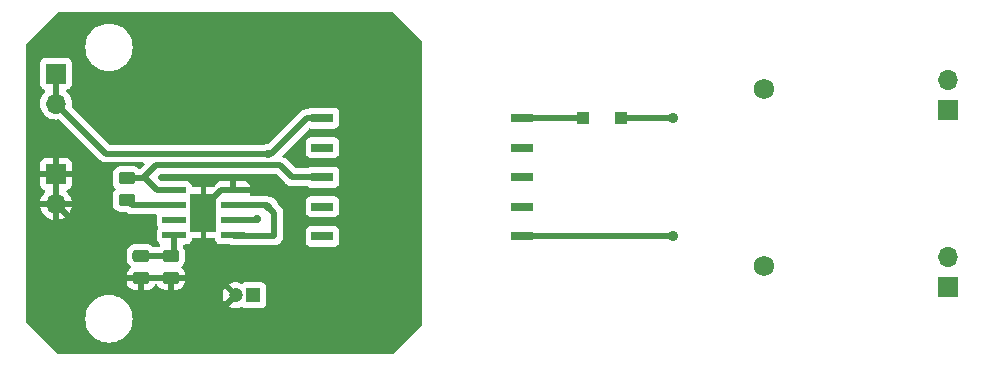
<source format=gbr>
%TF.GenerationSoftware,KiCad,Pcbnew,8.0.2*%
%TF.CreationDate,2024-12-11T18:03:45+01:00*%
%TF.ProjectId,Przetwornica_4_to_400,50727a65-7477-46f7-926e-6963615f345f,rev?*%
%TF.SameCoordinates,Original*%
%TF.FileFunction,Copper,L1,Top*%
%TF.FilePolarity,Positive*%
%FSLAX46Y46*%
G04 Gerber Fmt 4.6, Leading zero omitted, Abs format (unit mm)*
G04 Created by KiCad (PCBNEW 8.0.2) date 2024-12-11 18:03:45*
%MOMM*%
%LPD*%
G01*
G04 APERTURE LIST*
G04 Aperture macros list*
%AMRoundRect*
0 Rectangle with rounded corners*
0 $1 Rounding radius*
0 $2 $3 $4 $5 $6 $7 $8 $9 X,Y pos of 4 corners*
0 Add a 4 corners polygon primitive as box body*
4,1,4,$2,$3,$4,$5,$6,$7,$8,$9,$2,$3,0*
0 Add four circle primitives for the rounded corners*
1,1,$1+$1,$2,$3*
1,1,$1+$1,$4,$5*
1,1,$1+$1,$6,$7*
1,1,$1+$1,$8,$9*
0 Add four rect primitives between the rounded corners*
20,1,$1+$1,$2,$3,$4,$5,0*
20,1,$1+$1,$4,$5,$6,$7,0*
20,1,$1+$1,$6,$7,$8,$9,0*
20,1,$1+$1,$8,$9,$2,$3,0*%
G04 Aperture macros list end*
%TA.AperFunction,ComponentPad*%
%ADD10R,1.700000X1.700000*%
%TD*%
%TA.AperFunction,ComponentPad*%
%ADD11O,1.700000X1.700000*%
%TD*%
%TA.AperFunction,SMDPad,CuDef*%
%ADD12RoundRect,0.250000X0.450000X-0.262500X0.450000X0.262500X-0.450000X0.262500X-0.450000X-0.262500X0*%
%TD*%
%TA.AperFunction,SMDPad,CuDef*%
%ADD13RoundRect,0.250000X-0.475000X0.250000X-0.475000X-0.250000X0.475000X-0.250000X0.475000X0.250000X0*%
%TD*%
%TA.AperFunction,SMDPad,CuDef*%
%ADD14R,2.281000X3.274000*%
%TD*%
%TA.AperFunction,SMDPad,CuDef*%
%ADD15RoundRect,0.043500X0.941500X0.246500X-0.941500X0.246500X-0.941500X-0.246500X0.941500X-0.246500X0*%
%TD*%
%TA.AperFunction,ComponentPad*%
%ADD16C,1.725000*%
%TD*%
%TA.AperFunction,ComponentPad*%
%ADD17R,1.200000X1.200000*%
%TD*%
%TA.AperFunction,ComponentPad*%
%ADD18C,1.200000*%
%TD*%
%TA.AperFunction,SMDPad,CuDef*%
%ADD19R,1.120000X1.080000*%
%TD*%
%TA.AperFunction,SMDPad,CuDef*%
%ADD20R,1.854200X0.762000*%
%TD*%
%TA.AperFunction,ViaPad*%
%ADD21C,0.500000*%
%TD*%
%TA.AperFunction,ViaPad*%
%ADD22C,0.900000*%
%TD*%
%TA.AperFunction,ViaPad*%
%ADD23C,0.700000*%
%TD*%
%TA.AperFunction,Conductor*%
%ADD24C,0.500000*%
%TD*%
G04 APERTURE END LIST*
D10*
%TO.P,J2,1,Pin_1*%
%TO.N,GND1*%
X132000000Y-67290000D03*
D11*
%TO.P,J2,2,Pin_2*%
X132000000Y-64750000D03*
%TD*%
D12*
%TO.P,R2,1*%
%TO.N,GND*%
X66221250Y-66500000D03*
%TO.P,R2,2*%
%TO.N,Net-(U1-TC)*%
X66221250Y-64675000D03*
%TD*%
D13*
%TO.P,C4,1*%
%TO.N,Net-(U1-TC)*%
X63721250Y-64657500D03*
%TO.P,C4,2*%
%TO.N,GND*%
X63721250Y-66557500D03*
%TD*%
D14*
%TO.P,U1,9,EXP*%
%TO.N,GND*%
X69000000Y-61000000D03*
D15*
%TO.P,U1,8,TC*%
%TO.N,Net-(U1-TC)*%
X66530000Y-62905000D03*
%TO.P,U1,7,RREF*%
%TO.N,unconnected-(U1-RREF-Pad7)*%
X66530000Y-61635000D03*
%TO.P,U1,6,RFB*%
%TO.N,Net-(U1-RFB)*%
X66530000Y-60365000D03*
%TO.P,U1,5,SW*%
%TO.N,Net-(U1-SW)*%
X66530000Y-59095000D03*
%TO.P,U1,4,GND*%
%TO.N,GND*%
X71470000Y-59095000D03*
%TO.P,U1,3,VIN*%
%TO.N,Net-(J3-Pin_1)*%
X71470000Y-60365000D03*
%TO.P,U1,2,INTVCC*%
%TO.N,Net-(U1-INTVCC)*%
X71470000Y-61635000D03*
%TO.P,U1,1,EN/UVLO*%
%TO.N,Net-(J3-Pin_1)*%
X71470000Y-62905000D03*
%TD*%
D12*
%TO.P,R1,1*%
%TO.N,Net-(U1-RFB)*%
X62500000Y-59912500D03*
%TO.P,R1,2*%
%TO.N,Net-(U1-SW)*%
X62500000Y-58087500D03*
%TD*%
D10*
%TO.P,J3,1,Pin_1*%
%TO.N,Net-(J3-Pin_1)*%
X56500000Y-49225000D03*
D11*
%TO.P,J3,2,Pin_2*%
X56500000Y-51765000D03*
%TD*%
D16*
%TO.P,C1,1,1*%
%TO.N,GND1*%
X116500000Y-65500000D03*
%TO.P,C1,2,2*%
%TO.N,Net-(D1-K)*%
X116500000Y-50500000D03*
%TD*%
D10*
%TO.P,J1,1,Pin_1*%
%TO.N,Net-(D1-K)*%
X132000000Y-52275000D03*
D11*
%TO.P,J1,2,Pin_2*%
X132000000Y-49735000D03*
%TD*%
D17*
%TO.P,C2,1*%
%TO.N,Net-(U1-INTVCC)*%
X73222600Y-68000000D03*
D18*
%TO.P,C2,2*%
%TO.N,GND*%
X71722600Y-68000000D03*
%TD*%
D19*
%TO.P,D1,1,K*%
%TO.N,Net-(D1-K)*%
X104375000Y-53000000D03*
%TO.P,D1,2,A*%
%TO.N,Net-(D1-A)*%
X101125000Y-53000000D03*
%TD*%
D20*
%TO.P,U2,1,1*%
%TO.N,Net-(J3-Pin_1)*%
X79067200Y-52999756D03*
%TO.P,U2,2,2*%
%TO.N,unconnected-(U2-Pad2)*%
X79067200Y-55499878D03*
%TO.P,U2,3,3*%
%TO.N,Net-(U1-SW)*%
X79067200Y-58000000D03*
%TO.P,U2,4,4*%
%TO.N,unconnected-(U2-Pad4)*%
X79067200Y-60500122D03*
%TO.P,U2,5,5*%
%TO.N,unconnected-(U2-Pad5)*%
X79067200Y-63000244D03*
%TO.P,U2,6,6*%
%TO.N,GND1*%
X95932800Y-63000244D03*
%TO.P,U2,7,7*%
%TO.N,unconnected-(U2-Pad7)*%
X95932800Y-60500122D03*
%TO.P,U2,8,8*%
%TO.N,unconnected-(U2-Pad8)*%
X95932800Y-58000000D03*
%TO.P,U2,9,9*%
%TO.N,unconnected-(U2-Pad9)*%
X95932800Y-55499878D03*
%TO.P,U2,10,10*%
%TO.N,Net-(D1-A)*%
X95932800Y-52999756D03*
%TD*%
D10*
%TO.P,J5,1,Pin_1*%
%TO.N,GND*%
X56500000Y-57725000D03*
D11*
%TO.P,J5,2,Pin_2*%
X56500000Y-60265000D03*
%TD*%
D21*
%TO.N,GND*%
X77250000Y-55000000D03*
X77500000Y-56750000D03*
X77500000Y-59250000D03*
X81000000Y-59250000D03*
X81000000Y-56750000D03*
X81000000Y-54250000D03*
X81000000Y-51750000D03*
X68250000Y-58500000D03*
X69750000Y-58500000D03*
X70500000Y-66000000D03*
X69000000Y-65500000D03*
X68500000Y-64750000D03*
D22*
%TO.N,Net-(D1-K)*%
X108750000Y-53000000D03*
D21*
%TO.N,GND*%
X54250000Y-56250000D03*
X63250000Y-61750000D03*
X59500000Y-53000000D03*
X63000000Y-50000000D03*
X85750000Y-51750000D03*
X83000000Y-45250000D03*
X68000000Y-54500000D03*
X54500000Y-62500000D03*
X80000000Y-72250000D03*
X64500000Y-63000000D03*
X76750000Y-56000000D03*
X58500000Y-52000000D03*
X58500000Y-55750000D03*
X83750000Y-50000000D03*
X56750000Y-54000000D03*
X76750000Y-52250000D03*
X82750000Y-57500000D03*
X67750000Y-64750000D03*
X74500000Y-45500000D03*
X77250000Y-64250000D03*
X73250000Y-59250000D03*
X54500000Y-52750000D03*
X68250000Y-63500000D03*
X67750000Y-66000000D03*
X69500000Y-66000000D03*
X66500000Y-54500000D03*
X67000000Y-45500000D03*
X58000000Y-72000000D03*
X82750000Y-62250000D03*
X60500000Y-63500000D03*
X85750000Y-60750000D03*
X70000000Y-72250000D03*
X82500000Y-53250000D03*
X74750000Y-72250000D03*
X73000000Y-64250000D03*
X69000000Y-58500000D03*
X74000000Y-54750000D03*
X75250000Y-53500000D03*
X75750000Y-64250000D03*
X63500000Y-54500000D03*
X69500000Y-54500000D03*
X64500000Y-47250000D03*
X64750000Y-69500000D03*
X57500000Y-45500000D03*
X75500000Y-59000000D03*
X84000000Y-72000000D03*
X65000000Y-54500000D03*
X83000000Y-67250000D03*
X76250000Y-50000000D03*
X86000000Y-65250000D03*
X54750000Y-47000000D03*
X74250000Y-64250000D03*
X71000000Y-54500000D03*
X71500000Y-58000000D03*
X85750000Y-56000000D03*
X79000000Y-64250000D03*
X70500000Y-64000000D03*
X64500000Y-72250000D03*
X60750000Y-61250000D03*
X76250000Y-61750000D03*
X79000000Y-51250000D03*
X67750000Y-67500000D03*
X72500000Y-54750000D03*
X86000000Y-69750000D03*
X78250000Y-67750000D03*
X58750000Y-66000000D03*
X68750000Y-50000000D03*
X54500000Y-68750000D03*
X71750000Y-64250000D03*
X60250000Y-57250000D03*
X76000000Y-60500000D03*
X77500000Y-61750000D03*
X60500000Y-59750000D03*
X66500000Y-58000000D03*
X62000000Y-54500000D03*
X60500000Y-54000000D03*
D23*
%TO.N,Net-(U1-INTVCC)*%
X73500000Y-61500000D03*
%TO.N,Net-(J3-Pin_1)*%
X74500000Y-56000000D03*
X74500000Y-60500000D03*
D22*
%TO.N,GND1*%
X108750000Y-63000000D03*
%TD*%
D24*
%TO.N,Net-(D1-K)*%
X104375000Y-53000000D02*
X108750000Y-53000000D01*
%TO.N,Net-(D1-A)*%
X95933044Y-53000000D02*
X95932800Y-52999756D01*
X101125000Y-53000000D02*
X95933044Y-53000000D01*
%TO.N,Net-(U1-SW)*%
X75500000Y-57000000D02*
X76500000Y-58000000D01*
X63912500Y-58087500D02*
X62500000Y-58087500D01*
X76500000Y-58000000D02*
X79067200Y-58000000D01*
X64000000Y-58000000D02*
X63912500Y-58087500D01*
X65000000Y-57000000D02*
X75500000Y-57000000D01*
X66530000Y-59095000D02*
X65095000Y-59095000D01*
X64000000Y-58000000D02*
X65000000Y-57000000D01*
X65095000Y-59095000D02*
X64000000Y-58000000D01*
%TO.N,Net-(U1-RFB)*%
X62952500Y-60365000D02*
X62500000Y-59912500D01*
X66530000Y-60365000D02*
X62952500Y-60365000D01*
%TO.N,GND*%
X69000000Y-60580001D02*
X70485001Y-59095000D01*
X60557500Y-66557500D02*
X63721250Y-66557500D01*
X69000000Y-61000000D02*
X69000000Y-60580001D01*
X70485001Y-59095000D02*
X71470000Y-59095000D01*
X59500000Y-63265000D02*
X59500000Y-65500000D01*
X56500000Y-57725000D02*
X56500000Y-60265000D01*
X63778750Y-66500000D02*
X63721250Y-66557500D01*
X66221250Y-66500000D02*
X63778750Y-66500000D01*
X59500000Y-65500000D02*
X60557500Y-66557500D01*
X56500000Y-60265000D02*
X59500000Y-63265000D01*
%TO.N,Net-(U1-INTVCC)*%
X73365000Y-61635000D02*
X73500000Y-61500000D01*
X71470000Y-61635000D02*
X73365000Y-61635000D01*
%TO.N,Net-(U1-TC)*%
X66203750Y-64657500D02*
X66221250Y-64675000D01*
X63721250Y-64657500D02*
X66203750Y-64657500D01*
X66530000Y-62905000D02*
X66530000Y-64366250D01*
X66530000Y-64366250D02*
X66221250Y-64675000D01*
%TO.N,Net-(J3-Pin_1)*%
X74750000Y-56000000D02*
X74500000Y-56000000D01*
X74365000Y-60365000D02*
X74500000Y-60500000D01*
X56500000Y-49225000D02*
X56500000Y-51765000D01*
X74500000Y-60500000D02*
X75000000Y-61000000D01*
X79067200Y-52999756D02*
X77750244Y-52999756D01*
X71470000Y-60365000D02*
X74365000Y-60365000D01*
X75000000Y-63000244D02*
X71565244Y-63000244D01*
X77750244Y-52999756D02*
X74750000Y-56000000D01*
X70500000Y-56000000D02*
X74500000Y-56000000D01*
X75000000Y-61000000D02*
X75000000Y-63000244D01*
X71565244Y-63000244D02*
X71470000Y-62905000D01*
X60735000Y-56000000D02*
X70500000Y-56000000D01*
X56500000Y-51765000D02*
X60735000Y-56000000D01*
%TO.N,GND1*%
X108749756Y-63000244D02*
X108750000Y-63000000D01*
X95932800Y-63000244D02*
X108749756Y-63000244D01*
%TD*%
%TA.AperFunction,Conductor*%
%TO.N,GND*%
G36*
X56750000Y-59831988D02*
G01*
X56692993Y-59799075D01*
X56565826Y-59765000D01*
X56434174Y-59765000D01*
X56307007Y-59799075D01*
X56250000Y-59831988D01*
X56250000Y-58158012D01*
X56307007Y-58190925D01*
X56434174Y-58225000D01*
X56565826Y-58225000D01*
X56692993Y-58190925D01*
X56750000Y-58158012D01*
X56750000Y-59831988D01*
G37*
%TD.AperFunction*%
%TA.AperFunction,Conductor*%
G36*
X85016177Y-44020185D02*
G01*
X85036819Y-44036819D01*
X87463681Y-46463681D01*
X87497166Y-46525004D01*
X87500000Y-46551362D01*
X87500000Y-70448638D01*
X87480315Y-70515677D01*
X87463681Y-70536319D01*
X85036819Y-72963181D01*
X84975496Y-72996666D01*
X84949138Y-72999500D01*
X56758676Y-72999500D01*
X56691637Y-72979815D01*
X56670995Y-72963181D01*
X54036819Y-70329005D01*
X54003334Y-70267682D01*
X54000500Y-70241324D01*
X54000500Y-69999998D01*
X58994390Y-69999998D01*
X58994390Y-70000001D01*
X59014804Y-70285433D01*
X59075628Y-70565037D01*
X59175635Y-70833166D01*
X59312770Y-71084309D01*
X59312775Y-71084317D01*
X59484254Y-71313387D01*
X59484270Y-71313405D01*
X59686594Y-71515729D01*
X59686612Y-71515745D01*
X59915682Y-71687224D01*
X59915690Y-71687229D01*
X60166833Y-71824364D01*
X60166832Y-71824364D01*
X60166836Y-71824365D01*
X60166839Y-71824367D01*
X60434954Y-71924369D01*
X60434960Y-71924370D01*
X60434962Y-71924371D01*
X60714566Y-71985195D01*
X60714568Y-71985195D01*
X60714572Y-71985196D01*
X60968220Y-72003337D01*
X60999999Y-72005610D01*
X61000000Y-72005610D01*
X61000001Y-72005610D01*
X61028595Y-72003564D01*
X61285428Y-71985196D01*
X61565046Y-71924369D01*
X61833161Y-71824367D01*
X62084315Y-71687226D01*
X62313395Y-71515739D01*
X62515739Y-71313395D01*
X62687226Y-71084315D01*
X62824367Y-70833161D01*
X62924369Y-70565046D01*
X62964081Y-70382492D01*
X62985195Y-70285433D01*
X62985195Y-70285432D01*
X62985196Y-70285428D01*
X63005610Y-70000000D01*
X62985196Y-69714572D01*
X62924369Y-69434954D01*
X62824367Y-69166839D01*
X62788142Y-69100499D01*
X62687229Y-68915690D01*
X62687224Y-68915682D01*
X62515745Y-68686612D01*
X62515729Y-68686594D01*
X62313405Y-68484270D01*
X62313387Y-68484254D01*
X62084317Y-68312775D01*
X62084309Y-68312770D01*
X61833166Y-68175635D01*
X61833167Y-68175635D01*
X61672732Y-68115796D01*
X61565046Y-68075631D01*
X61565043Y-68075630D01*
X61565037Y-68075628D01*
X61285433Y-68014804D01*
X61078427Y-67999999D01*
X70617887Y-67999999D01*
X70617887Y-68000000D01*
X70636696Y-68202989D01*
X70636697Y-68202992D01*
X70692483Y-68399063D01*
X70692486Y-68399069D01*
X70783351Y-68581551D01*
X70785133Y-68583911D01*
X71369046Y-68000000D01*
X70785133Y-67416087D01*
X70783355Y-67418442D01*
X70783354Y-67418443D01*
X70692486Y-67600930D01*
X70692483Y-67600936D01*
X70636697Y-67797007D01*
X70636696Y-67797010D01*
X70617887Y-67999999D01*
X61078427Y-67999999D01*
X61000001Y-67994390D01*
X60999999Y-67994390D01*
X60714566Y-68014804D01*
X60434962Y-68075628D01*
X60166833Y-68175635D01*
X59915690Y-68312770D01*
X59915682Y-68312775D01*
X59686612Y-68484254D01*
X59686594Y-68484270D01*
X59484270Y-68686594D01*
X59484254Y-68686612D01*
X59312775Y-68915682D01*
X59312770Y-68915690D01*
X59175635Y-69166833D01*
X59075628Y-69434962D01*
X59014804Y-69714566D01*
X58994390Y-69999998D01*
X54000500Y-69999998D01*
X54000500Y-66857486D01*
X62496251Y-66857486D01*
X62506744Y-66960197D01*
X62561891Y-67126619D01*
X62561893Y-67126624D01*
X62653934Y-67275845D01*
X62777904Y-67399815D01*
X62927125Y-67491856D01*
X62927130Y-67491858D01*
X63093552Y-67547005D01*
X63093559Y-67547006D01*
X63196269Y-67557499D01*
X63471249Y-67557499D01*
X63471250Y-67557498D01*
X63471250Y-66807500D01*
X63971250Y-66807500D01*
X63971250Y-67557499D01*
X64246222Y-67557499D01*
X64246236Y-67557498D01*
X64348947Y-67547005D01*
X64515369Y-67491858D01*
X64515374Y-67491856D01*
X64664595Y-67399815D01*
X64788565Y-67275845D01*
X64880606Y-67126624D01*
X64883658Y-67120079D01*
X64886317Y-67121318D01*
X64918447Y-67074829D01*
X64982941Y-67047952D01*
X65051727Y-67060210D01*
X65101999Y-67106116D01*
X65178930Y-67230840D01*
X65178933Y-67230844D01*
X65302904Y-67354815D01*
X65452125Y-67446856D01*
X65452130Y-67446858D01*
X65618552Y-67502005D01*
X65618559Y-67502006D01*
X65721269Y-67512499D01*
X65971249Y-67512499D01*
X66471250Y-67512499D01*
X66721222Y-67512499D01*
X66721236Y-67512498D01*
X66823947Y-67502005D01*
X66990369Y-67446858D01*
X66990374Y-67446856D01*
X67139595Y-67354815D01*
X67263565Y-67230845D01*
X67355606Y-67081624D01*
X67355608Y-67081619D01*
X67360864Y-67065758D01*
X71141911Y-67065758D01*
X71781298Y-67705145D01*
X71762096Y-67700000D01*
X71683104Y-67700000D01*
X71606804Y-67720444D01*
X71538395Y-67759940D01*
X71482540Y-67815795D01*
X71443044Y-67884204D01*
X71422600Y-67960504D01*
X71422600Y-68039496D01*
X71443044Y-68115796D01*
X71482540Y-68184205D01*
X71538395Y-68240060D01*
X71606804Y-68279556D01*
X71683104Y-68300000D01*
X71762096Y-68300000D01*
X71781295Y-68294855D01*
X71141911Y-68934240D01*
X71230185Y-68988897D01*
X71420278Y-69062539D01*
X71620672Y-69100000D01*
X71824528Y-69100000D01*
X72024926Y-69062538D01*
X72211502Y-68990259D01*
X72281125Y-68984396D01*
X72330605Y-69006617D01*
X72348088Y-69019705D01*
X72380268Y-69043795D01*
X72380271Y-69043797D01*
X72515117Y-69094091D01*
X72515116Y-69094091D01*
X72522044Y-69094835D01*
X72574727Y-69100500D01*
X73870472Y-69100499D01*
X73930083Y-69094091D01*
X74064931Y-69043796D01*
X74180146Y-68957546D01*
X74266396Y-68842331D01*
X74316691Y-68707483D01*
X74323100Y-68647873D01*
X74323099Y-67352128D01*
X74316691Y-67292517D01*
X74293688Y-67230844D01*
X74266397Y-67157671D01*
X74266393Y-67157664D01*
X74180147Y-67042455D01*
X74180144Y-67042452D01*
X74064935Y-66956206D01*
X74064928Y-66956202D01*
X73930082Y-66905908D01*
X73930083Y-66905908D01*
X73870483Y-66899501D01*
X73870481Y-66899500D01*
X73870473Y-66899500D01*
X73870464Y-66899500D01*
X72574729Y-66899500D01*
X72574723Y-66899501D01*
X72515116Y-66905908D01*
X72380271Y-66956202D01*
X72380265Y-66956205D01*
X72330604Y-66993381D01*
X72265139Y-67017797D01*
X72211502Y-67009740D01*
X72024924Y-66937460D01*
X71824528Y-66900000D01*
X71620672Y-66900000D01*
X71420278Y-66937460D01*
X71230188Y-67011100D01*
X71230181Y-67011104D01*
X71141912Y-67065757D01*
X71141911Y-67065758D01*
X67360864Y-67065758D01*
X67410755Y-66915197D01*
X67410756Y-66915190D01*
X67421249Y-66812486D01*
X67421250Y-66812473D01*
X67421250Y-66750000D01*
X66471250Y-66750000D01*
X66471250Y-67512499D01*
X65971249Y-67512499D01*
X65971250Y-67512498D01*
X65971250Y-66750000D01*
X65021251Y-66750000D01*
X65000070Y-66771181D01*
X64938747Y-66804666D01*
X64912389Y-66807500D01*
X63971250Y-66807500D01*
X63471250Y-66807500D01*
X62496251Y-66807500D01*
X62496251Y-66857486D01*
X54000500Y-66857486D01*
X54000500Y-56827155D01*
X55150000Y-56827155D01*
X55150000Y-57475000D01*
X56066988Y-57475000D01*
X56034075Y-57532007D01*
X56000000Y-57659174D01*
X56000000Y-57790826D01*
X56034075Y-57917993D01*
X56066988Y-57975000D01*
X55150000Y-57975000D01*
X55150000Y-58622844D01*
X55156401Y-58682372D01*
X55156403Y-58682379D01*
X55206645Y-58817086D01*
X55206649Y-58817093D01*
X55292809Y-58932187D01*
X55292812Y-58932190D01*
X55407906Y-59018350D01*
X55407913Y-59018354D01*
X55539986Y-59067614D01*
X55595920Y-59109485D01*
X55620337Y-59174949D01*
X55605486Y-59243222D01*
X55584335Y-59271477D01*
X55461886Y-59393926D01*
X55326400Y-59587420D01*
X55326399Y-59587422D01*
X55226570Y-59801507D01*
X55226567Y-59801513D01*
X55169364Y-60014999D01*
X55169364Y-60015000D01*
X56066988Y-60015000D01*
X56034075Y-60072007D01*
X56000000Y-60199174D01*
X56000000Y-60330826D01*
X56034075Y-60457993D01*
X56066988Y-60515000D01*
X55169364Y-60515000D01*
X55226567Y-60728486D01*
X55226570Y-60728492D01*
X55326399Y-60942578D01*
X55461894Y-61136082D01*
X55628917Y-61303105D01*
X55822421Y-61438600D01*
X56036507Y-61538429D01*
X56036516Y-61538433D01*
X56250000Y-61595634D01*
X56250000Y-60698012D01*
X56307007Y-60730925D01*
X56434174Y-60765000D01*
X56565826Y-60765000D01*
X56692993Y-60730925D01*
X56750000Y-60698012D01*
X56750000Y-61595633D01*
X56963483Y-61538433D01*
X56963492Y-61538429D01*
X57177578Y-61438600D01*
X57371082Y-61303105D01*
X57538105Y-61136082D01*
X57673600Y-60942578D01*
X57773429Y-60728492D01*
X57773432Y-60728486D01*
X57830636Y-60515000D01*
X56933012Y-60515000D01*
X56965925Y-60457993D01*
X57000000Y-60330826D01*
X57000000Y-60199174D01*
X56965925Y-60072007D01*
X56933012Y-60015000D01*
X57830636Y-60015000D01*
X57830635Y-60014999D01*
X57773432Y-59801513D01*
X57773429Y-59801507D01*
X57673600Y-59587422D01*
X57673599Y-59587420D01*
X57538113Y-59393926D01*
X57538108Y-59393920D01*
X57415665Y-59271477D01*
X57382180Y-59210154D01*
X57387164Y-59140462D01*
X57429036Y-59084529D01*
X57460013Y-59067614D01*
X57592086Y-59018354D01*
X57592093Y-59018350D01*
X57707187Y-58932190D01*
X57707190Y-58932187D01*
X57793350Y-58817093D01*
X57793354Y-58817086D01*
X57843596Y-58682379D01*
X57843598Y-58682372D01*
X57849999Y-58622844D01*
X57850000Y-58622827D01*
X57850000Y-57975000D01*
X56933012Y-57975000D01*
X56965925Y-57917993D01*
X57000000Y-57790826D01*
X57000000Y-57659174D01*
X56965925Y-57532007D01*
X56933012Y-57475000D01*
X57850000Y-57475000D01*
X57850000Y-56827172D01*
X57849999Y-56827155D01*
X57843598Y-56767627D01*
X57843596Y-56767620D01*
X57793354Y-56632913D01*
X57793350Y-56632906D01*
X57707190Y-56517812D01*
X57707187Y-56517809D01*
X57592093Y-56431649D01*
X57592086Y-56431645D01*
X57457379Y-56381403D01*
X57457372Y-56381401D01*
X57397844Y-56375000D01*
X56750000Y-56375000D01*
X56750000Y-57291988D01*
X56692993Y-57259075D01*
X56565826Y-57225000D01*
X56434174Y-57225000D01*
X56307007Y-57259075D01*
X56250000Y-57291988D01*
X56250000Y-56375000D01*
X55602155Y-56375000D01*
X55542627Y-56381401D01*
X55542620Y-56381403D01*
X55407913Y-56431645D01*
X55407906Y-56431649D01*
X55292812Y-56517809D01*
X55292809Y-56517812D01*
X55206649Y-56632906D01*
X55206645Y-56632913D01*
X55156403Y-56767620D01*
X55156401Y-56767627D01*
X55150000Y-56827155D01*
X54000500Y-56827155D01*
X54000500Y-51764999D01*
X55144341Y-51764999D01*
X55144341Y-51765000D01*
X55164936Y-52000403D01*
X55164938Y-52000413D01*
X55226094Y-52228655D01*
X55226096Y-52228659D01*
X55226097Y-52228663D01*
X55295000Y-52376425D01*
X55325965Y-52442830D01*
X55325967Y-52442834D01*
X55373889Y-52511273D01*
X55461505Y-52636401D01*
X55628599Y-52803495D01*
X55725384Y-52871265D01*
X55822165Y-52939032D01*
X55822167Y-52939033D01*
X55822170Y-52939035D01*
X56036337Y-53038903D01*
X56264592Y-53100063D01*
X56452918Y-53116539D01*
X56499999Y-53120659D01*
X56500000Y-53120659D01*
X56500001Y-53120659D01*
X56535284Y-53117571D01*
X56713013Y-53102022D01*
X56781512Y-53115788D01*
X56811501Y-53137869D01*
X60152048Y-56478415D01*
X60152049Y-56478416D01*
X60256584Y-56582951D01*
X60256585Y-56582952D01*
X60379498Y-56665080D01*
X60379511Y-56665087D01*
X60516082Y-56721656D01*
X60516087Y-56721658D01*
X60516091Y-56721658D01*
X60516092Y-56721659D01*
X60661079Y-56750500D01*
X60661082Y-56750500D01*
X63888771Y-56750500D01*
X63955810Y-56770185D01*
X64001565Y-56822989D01*
X64011509Y-56892147D01*
X63982484Y-56955703D01*
X63976456Y-56962175D01*
X63798447Y-57140185D01*
X63650181Y-57288451D01*
X63588858Y-57321936D01*
X63519166Y-57316952D01*
X63474819Y-57288451D01*
X63418657Y-57232289D01*
X63418656Y-57232288D01*
X63269334Y-57140186D01*
X63102797Y-57085001D01*
X63102795Y-57085000D01*
X63000010Y-57074500D01*
X61999998Y-57074500D01*
X61999980Y-57074501D01*
X61897203Y-57085000D01*
X61897200Y-57085001D01*
X61730668Y-57140185D01*
X61730663Y-57140187D01*
X61581342Y-57232289D01*
X61457289Y-57356342D01*
X61365187Y-57505663D01*
X61365186Y-57505666D01*
X61310001Y-57672203D01*
X61310001Y-57672204D01*
X61310000Y-57672204D01*
X61299500Y-57774983D01*
X61299500Y-58400001D01*
X61299501Y-58400019D01*
X61310000Y-58502796D01*
X61310001Y-58502799D01*
X61365185Y-58669331D01*
X61365187Y-58669336D01*
X61397460Y-58721659D01*
X61449450Y-58805949D01*
X61457289Y-58818657D01*
X61550951Y-58912319D01*
X61584436Y-58973642D01*
X61579452Y-59043334D01*
X61550951Y-59087681D01*
X61457289Y-59181342D01*
X61365187Y-59330663D01*
X61365186Y-59330666D01*
X61310001Y-59497203D01*
X61310001Y-59497204D01*
X61310000Y-59497204D01*
X61299500Y-59599983D01*
X61299500Y-60225001D01*
X61299501Y-60225019D01*
X61310000Y-60327796D01*
X61310001Y-60327799D01*
X61353144Y-60457993D01*
X61365186Y-60494334D01*
X61457288Y-60643656D01*
X61581344Y-60767712D01*
X61730666Y-60859814D01*
X61897203Y-60914999D01*
X61999991Y-60925500D01*
X62402866Y-60925499D01*
X62469905Y-60945183D01*
X62471757Y-60946397D01*
X62596998Y-61030080D01*
X62597004Y-61030083D01*
X62597005Y-61030084D01*
X62650033Y-61052049D01*
X62733588Y-61086659D01*
X62849741Y-61109763D01*
X62868968Y-61113587D01*
X62878581Y-61115500D01*
X62878582Y-61115500D01*
X62878583Y-61115500D01*
X63026418Y-61115500D01*
X64932389Y-61115500D01*
X64999428Y-61135185D01*
X65045183Y-61187989D01*
X65055504Y-61254285D01*
X65044500Y-61345914D01*
X65044500Y-61924077D01*
X65054999Y-62011511D01*
X65055000Y-62011514D01*
X65109857Y-62150622D01*
X65109860Y-62150628D01*
X65143565Y-62195075D01*
X65168388Y-62260387D01*
X65153960Y-62328751D01*
X65143565Y-62344925D01*
X65109860Y-62389371D01*
X65109857Y-62389377D01*
X65055000Y-62528484D01*
X65054998Y-62528489D01*
X65044500Y-62615914D01*
X65044500Y-63194077D01*
X65054999Y-63281511D01*
X65055000Y-63281514D01*
X65109857Y-63420622D01*
X65109860Y-63420628D01*
X65200217Y-63539782D01*
X65305648Y-63619732D01*
X65347171Y-63675924D01*
X65351723Y-63745645D01*
X65317858Y-63806760D01*
X65307639Y-63815798D01*
X65302595Y-63819786D01*
X65251701Y-63870681D01*
X65190378Y-63904166D01*
X65164020Y-63907000D01*
X64808480Y-63907000D01*
X64741441Y-63887315D01*
X64720799Y-63870681D01*
X64664907Y-63814789D01*
X64664906Y-63814788D01*
X64541690Y-63738788D01*
X64515586Y-63722687D01*
X64515581Y-63722685D01*
X64513212Y-63721900D01*
X64349047Y-63667501D01*
X64349045Y-63667500D01*
X64246260Y-63657000D01*
X63196248Y-63657000D01*
X63196230Y-63657001D01*
X63093453Y-63667500D01*
X63093450Y-63667501D01*
X62926918Y-63722685D01*
X62926913Y-63722687D01*
X62777592Y-63814789D01*
X62653539Y-63938842D01*
X62561437Y-64088163D01*
X62561436Y-64088166D01*
X62506251Y-64254703D01*
X62506251Y-64254704D01*
X62506250Y-64254704D01*
X62495750Y-64357483D01*
X62495750Y-64957501D01*
X62495751Y-64957519D01*
X62506250Y-65060296D01*
X62506251Y-65060299D01*
X62561435Y-65226831D01*
X62561436Y-65226834D01*
X62653538Y-65376156D01*
X62777594Y-65500212D01*
X62780878Y-65502237D01*
X62780903Y-65502253D01*
X62782695Y-65504246D01*
X62783261Y-65504693D01*
X62783184Y-65504789D01*
X62827629Y-65554199D01*
X62838853Y-65623161D01*
X62811011Y-65687244D01*
X62780915Y-65713326D01*
X62777910Y-65715179D01*
X62777905Y-65715183D01*
X62653934Y-65839154D01*
X62561893Y-65988375D01*
X62561891Y-65988380D01*
X62506744Y-66154802D01*
X62506743Y-66154809D01*
X62496250Y-66257513D01*
X62496250Y-66307500D01*
X64946249Y-66307500D01*
X64967430Y-66286319D01*
X65028753Y-66252834D01*
X65055111Y-66250000D01*
X67421249Y-66250000D01*
X67421249Y-66187528D01*
X67421248Y-66187513D01*
X67410755Y-66084802D01*
X67355608Y-65918380D01*
X67355606Y-65918375D01*
X67263565Y-65769154D01*
X67169945Y-65675534D01*
X67136460Y-65614211D01*
X67141444Y-65544519D01*
X67169941Y-65500176D01*
X67263962Y-65406156D01*
X67356064Y-65256834D01*
X67411249Y-65090297D01*
X67421750Y-64987509D01*
X67421749Y-64362492D01*
X67421237Y-64357483D01*
X67411249Y-64259703D01*
X67411248Y-64259700D01*
X67409592Y-64254703D01*
X67356064Y-64093166D01*
X67352981Y-64088168D01*
X67298961Y-64000586D01*
X67280500Y-63935490D01*
X67280500Y-63819499D01*
X67300185Y-63752460D01*
X67352989Y-63706705D01*
X67404500Y-63695499D01*
X67514078Y-63695499D01*
X67514084Y-63695499D01*
X67601511Y-63685001D01*
X67740626Y-63630141D01*
X67859782Y-63539782D01*
X67950141Y-63420626D01*
X68005001Y-63281511D01*
X68009240Y-63246214D01*
X68036778Y-63182000D01*
X68094661Y-63142868D01*
X68132355Y-63137000D01*
X68750000Y-63137000D01*
X68750000Y-58863000D01*
X69250000Y-58863000D01*
X69250000Y-63137000D01*
X69867645Y-63137000D01*
X69934684Y-63156685D01*
X69980439Y-63209489D01*
X69990761Y-63246216D01*
X69994999Y-63281511D01*
X69995000Y-63281514D01*
X70049857Y-63420622D01*
X70049860Y-63420628D01*
X70140217Y-63539782D01*
X70259371Y-63630139D01*
X70259374Y-63630141D01*
X70398489Y-63685001D01*
X70485915Y-63695500D01*
X71257923Y-63695499D01*
X71305375Y-63704938D01*
X71346326Y-63721900D01*
X71346331Y-63721902D01*
X71346335Y-63721902D01*
X71346336Y-63721903D01*
X71491323Y-63750744D01*
X71491326Y-63750744D01*
X75073920Y-63750744D01*
X75171462Y-63731340D01*
X75218913Y-63721902D01*
X75350249Y-63667501D01*
X75355488Y-63665331D01*
X75355488Y-63665330D01*
X75355495Y-63665328D01*
X75478416Y-63583195D01*
X75582951Y-63478660D01*
X75665084Y-63355739D01*
X75721658Y-63219157D01*
X75736833Y-63142868D01*
X75750500Y-63074164D01*
X75750500Y-62571379D01*
X77639600Y-62571379D01*
X77639600Y-63429114D01*
X77639601Y-63429120D01*
X77646008Y-63488727D01*
X77696302Y-63623572D01*
X77696306Y-63623579D01*
X77782552Y-63738788D01*
X77782555Y-63738791D01*
X77897764Y-63825037D01*
X77897771Y-63825041D01*
X78032617Y-63875335D01*
X78032616Y-63875335D01*
X78039544Y-63876079D01*
X78092227Y-63881744D01*
X80042172Y-63881743D01*
X80101783Y-63875335D01*
X80236631Y-63825040D01*
X80351846Y-63738790D01*
X80438096Y-63623575D01*
X80488391Y-63488727D01*
X80494800Y-63429117D01*
X80494799Y-62571372D01*
X80488391Y-62511761D01*
X80438096Y-62376913D01*
X80438095Y-62376912D01*
X80438093Y-62376908D01*
X80351847Y-62261699D01*
X80351844Y-62261696D01*
X80236635Y-62175450D01*
X80236628Y-62175446D01*
X80101782Y-62125152D01*
X80101783Y-62125152D01*
X80042183Y-62118745D01*
X80042181Y-62118744D01*
X80042173Y-62118744D01*
X80042164Y-62118744D01*
X78092229Y-62118744D01*
X78092223Y-62118745D01*
X78032616Y-62125152D01*
X77897771Y-62175446D01*
X77897764Y-62175450D01*
X77782555Y-62261696D01*
X77782552Y-62261699D01*
X77696306Y-62376908D01*
X77696302Y-62376915D01*
X77646008Y-62511761D01*
X77644210Y-62528489D01*
X77639601Y-62571367D01*
X77639600Y-62571379D01*
X75750500Y-62571379D01*
X75750500Y-60926079D01*
X75721659Y-60781092D01*
X75721658Y-60781091D01*
X75721658Y-60781087D01*
X75700880Y-60730925D01*
X75665087Y-60644511D01*
X75665085Y-60644507D01*
X75665084Y-60644505D01*
X75624597Y-60583912D01*
X75582952Y-60521584D01*
X75334892Y-60273524D01*
X75304642Y-60224160D01*
X75281250Y-60152165D01*
X75281248Y-60152161D01*
X75234538Y-60071257D01*
X77639600Y-60071257D01*
X77639600Y-60928992D01*
X77639601Y-60928998D01*
X77646008Y-60988605D01*
X77696302Y-61123450D01*
X77696306Y-61123457D01*
X77782552Y-61238666D01*
X77782555Y-61238669D01*
X77897764Y-61324915D01*
X77897771Y-61324919D01*
X78032617Y-61375213D01*
X78032616Y-61375213D01*
X78039544Y-61375957D01*
X78092227Y-61381622D01*
X80042172Y-61381621D01*
X80101783Y-61375213D01*
X80236631Y-61324918D01*
X80351846Y-61238668D01*
X80438096Y-61123453D01*
X80488391Y-60988605D01*
X80494800Y-60928995D01*
X80494799Y-60071250D01*
X80488391Y-60011639D01*
X80483056Y-59997336D01*
X80438097Y-59876793D01*
X80438093Y-59876786D01*
X80351847Y-59761577D01*
X80351844Y-59761574D01*
X80236635Y-59675328D01*
X80236628Y-59675324D01*
X80101782Y-59625030D01*
X80101783Y-59625030D01*
X80042183Y-59618623D01*
X80042181Y-59618622D01*
X80042173Y-59618622D01*
X80042164Y-59618622D01*
X78092229Y-59618622D01*
X78092223Y-59618623D01*
X78032616Y-59625030D01*
X77897771Y-59675324D01*
X77897764Y-59675328D01*
X77782555Y-59761574D01*
X77782552Y-59761577D01*
X77696306Y-59876786D01*
X77696302Y-59876793D01*
X77646008Y-60011639D01*
X77639601Y-60071238D01*
X77639601Y-60071245D01*
X77639600Y-60071257D01*
X75234538Y-60071257D01*
X75234527Y-60071238D01*
X75191859Y-59997335D01*
X75183894Y-59988489D01*
X75072235Y-59864478D01*
X75072232Y-59864476D01*
X75072231Y-59864475D01*
X75072230Y-59864474D01*
X74927593Y-59759388D01*
X74764267Y-59686671D01*
X74764265Y-59686670D01*
X74619823Y-59655968D01*
X74598153Y-59649240D01*
X74583913Y-59643342D01*
X74583908Y-59643340D01*
X74438920Y-59614500D01*
X74438918Y-59614500D01*
X73067107Y-59614500D01*
X73000068Y-59594815D01*
X72954313Y-59542011D01*
X72943992Y-59475715D01*
X72955000Y-59384050D01*
X72955000Y-59345000D01*
X71344000Y-59345000D01*
X71276961Y-59325315D01*
X71231206Y-59272511D01*
X71220000Y-59221000D01*
X71220000Y-58845000D01*
X71720000Y-58845000D01*
X72955000Y-58845000D01*
X72955000Y-58805949D01*
X72944511Y-58718610D01*
X72944510Y-58718608D01*
X72889701Y-58579620D01*
X72889700Y-58579618D01*
X72799426Y-58460573D01*
X72680381Y-58370299D01*
X72680379Y-58370298D01*
X72541391Y-58315489D01*
X72541389Y-58315488D01*
X72454050Y-58305000D01*
X71720000Y-58305000D01*
X71720000Y-58845000D01*
X71220000Y-58845000D01*
X71220000Y-58305000D01*
X70485950Y-58305000D01*
X70398610Y-58315488D01*
X70398608Y-58315489D01*
X70259620Y-58370298D01*
X70259618Y-58370299D01*
X70140573Y-58460573D01*
X70050299Y-58579618D01*
X70050298Y-58579620D01*
X69995489Y-58718608D01*
X69995488Y-58718610D01*
X69991265Y-58753784D01*
X69963728Y-58817999D01*
X69905846Y-58857131D01*
X69868150Y-58863000D01*
X69250000Y-58863000D01*
X68750000Y-58863000D01*
X68132355Y-58863000D01*
X68065316Y-58843315D01*
X68019561Y-58790511D01*
X68009239Y-58753784D01*
X68008156Y-58744763D01*
X68005001Y-58718489D01*
X67950141Y-58579374D01*
X67950139Y-58579371D01*
X67859782Y-58460217D01*
X67740628Y-58369860D01*
X67740622Y-58369857D01*
X67601515Y-58315000D01*
X67601510Y-58314998D01*
X67514085Y-58304500D01*
X65545922Y-58304500D01*
X65486354Y-58311653D01*
X65458489Y-58314999D01*
X65458488Y-58314999D01*
X65450595Y-58315947D01*
X65450349Y-58313899D01*
X65391383Y-58311653D01*
X65343141Y-58281773D01*
X65149048Y-58087680D01*
X65115563Y-58026357D01*
X65120547Y-57956665D01*
X65149045Y-57912320D01*
X65274549Y-57786816D01*
X65335871Y-57753334D01*
X65362229Y-57750500D01*
X75137770Y-57750500D01*
X75204809Y-57770185D01*
X75225451Y-57786819D01*
X75629558Y-58190925D01*
X75917048Y-58478415D01*
X75917049Y-58478416D01*
X76021584Y-58582951D01*
X76021587Y-58582953D01*
X76021588Y-58582954D01*
X76144494Y-58665077D01*
X76144496Y-58665078D01*
X76144505Y-58665084D01*
X76157465Y-58670452D01*
X76281088Y-58721659D01*
X76397241Y-58744763D01*
X76416468Y-58748587D01*
X76426081Y-58750500D01*
X76426082Y-58750500D01*
X76426083Y-58750500D01*
X76573918Y-58750500D01*
X77757250Y-58750500D01*
X77824289Y-58770185D01*
X77831561Y-58775233D01*
X77889568Y-58818657D01*
X77897768Y-58824795D01*
X77897771Y-58824797D01*
X78032617Y-58875091D01*
X78032616Y-58875091D01*
X78039544Y-58875835D01*
X78092227Y-58881500D01*
X80042172Y-58881499D01*
X80101783Y-58875091D01*
X80236631Y-58824796D01*
X80351846Y-58738546D01*
X80438096Y-58623331D01*
X80488391Y-58488483D01*
X80494800Y-58428873D01*
X80494799Y-57571128D01*
X80488391Y-57511517D01*
X80486209Y-57505668D01*
X80438097Y-57376671D01*
X80438093Y-57376664D01*
X80351847Y-57261455D01*
X80351844Y-57261452D01*
X80236635Y-57175206D01*
X80236628Y-57175202D01*
X80101782Y-57124908D01*
X80101783Y-57124908D01*
X80042183Y-57118501D01*
X80042181Y-57118500D01*
X80042173Y-57118500D01*
X80042164Y-57118500D01*
X78092229Y-57118500D01*
X78092223Y-57118501D01*
X78032616Y-57124908D01*
X77897771Y-57175202D01*
X77897768Y-57175204D01*
X77831561Y-57224767D01*
X77766096Y-57249184D01*
X77757250Y-57249500D01*
X76862229Y-57249500D01*
X76795190Y-57229815D01*
X76774548Y-57213181D01*
X75978421Y-56417052D01*
X75978414Y-56417046D01*
X75904729Y-56367812D01*
X75904729Y-56367813D01*
X75855493Y-56334914D01*
X75758923Y-56294914D01*
X75704520Y-56251073D01*
X75682455Y-56184778D01*
X75699734Y-56117079D01*
X75718691Y-56092676D01*
X76740354Y-55071013D01*
X77639600Y-55071013D01*
X77639600Y-55928748D01*
X77639601Y-55928754D01*
X77646008Y-55988361D01*
X77696302Y-56123206D01*
X77696306Y-56123213D01*
X77782552Y-56238422D01*
X77782555Y-56238425D01*
X77897764Y-56324671D01*
X77897771Y-56324675D01*
X78032617Y-56374969D01*
X78032616Y-56374969D01*
X78039544Y-56375713D01*
X78092227Y-56381378D01*
X80042172Y-56381377D01*
X80101783Y-56374969D01*
X80236631Y-56324674D01*
X80351846Y-56238424D01*
X80438096Y-56123209D01*
X80488391Y-55988361D01*
X80494800Y-55928751D01*
X80494799Y-55071006D01*
X80488391Y-55011395D01*
X80438096Y-54876547D01*
X80438095Y-54876546D01*
X80438093Y-54876542D01*
X80351847Y-54761333D01*
X80351844Y-54761330D01*
X80236635Y-54675084D01*
X80236628Y-54675080D01*
X80101782Y-54624786D01*
X80101783Y-54624786D01*
X80042183Y-54618379D01*
X80042181Y-54618378D01*
X80042173Y-54618378D01*
X80042164Y-54618378D01*
X78092229Y-54618378D01*
X78092223Y-54618379D01*
X78032616Y-54624786D01*
X77897771Y-54675080D01*
X77897764Y-54675084D01*
X77782555Y-54761330D01*
X77782552Y-54761333D01*
X77696306Y-54876542D01*
X77696302Y-54876549D01*
X77646008Y-55011395D01*
X77639601Y-55070994D01*
X77639601Y-55071001D01*
X77639600Y-55071013D01*
X76740354Y-55071013D01*
X77906277Y-53905089D01*
X77967598Y-53871606D01*
X78024449Y-53875669D01*
X78025065Y-53873063D01*
X78032616Y-53874847D01*
X78039544Y-53875591D01*
X78092227Y-53881256D01*
X80042172Y-53881255D01*
X80101783Y-53874847D01*
X80236631Y-53824552D01*
X80351846Y-53738302D01*
X80438096Y-53623087D01*
X80488391Y-53488239D01*
X80494800Y-53428629D01*
X80494799Y-52570884D01*
X80488391Y-52511273D01*
X80462863Y-52442830D01*
X80438097Y-52376427D01*
X80438093Y-52376420D01*
X80351847Y-52261211D01*
X80351844Y-52261208D01*
X80236635Y-52174962D01*
X80236628Y-52174958D01*
X80101782Y-52124664D01*
X80101783Y-52124664D01*
X80042183Y-52118257D01*
X80042181Y-52118256D01*
X80042173Y-52118256D01*
X80042164Y-52118256D01*
X78092229Y-52118256D01*
X78092223Y-52118257D01*
X78032616Y-52124664D01*
X77897771Y-52174958D01*
X77897768Y-52174960D01*
X77831561Y-52224523D01*
X77766096Y-52248940D01*
X77757250Y-52249256D01*
X77676320Y-52249256D01*
X77647486Y-52254990D01*
X77647487Y-52254991D01*
X77531337Y-52278095D01*
X77531327Y-52278098D01*
X77451325Y-52311235D01*
X77451326Y-52311236D01*
X77394753Y-52334670D01*
X77394741Y-52334676D01*
X77374875Y-52347951D01*
X77374874Y-52347951D01*
X77271829Y-52416802D01*
X77271822Y-52416808D01*
X74575451Y-55113181D01*
X74514128Y-55146666D01*
X74487770Y-55149500D01*
X74410609Y-55149500D01*
X74379954Y-55156015D01*
X74235733Y-55186670D01*
X74118694Y-55238780D01*
X74068259Y-55249500D01*
X61097229Y-55249500D01*
X61030190Y-55229815D01*
X61009548Y-55213181D01*
X57872869Y-52076501D01*
X57839384Y-52015178D01*
X57837022Y-51978012D01*
X57855659Y-51765000D01*
X57855659Y-51764999D01*
X57835063Y-51529596D01*
X57835063Y-51529592D01*
X57773903Y-51301337D01*
X57674035Y-51087171D01*
X57538495Y-50893599D01*
X57416567Y-50771671D01*
X57383084Y-50710351D01*
X57388068Y-50640659D01*
X57429939Y-50584725D01*
X57460915Y-50567810D01*
X57592331Y-50518796D01*
X57707546Y-50432546D01*
X57793796Y-50317331D01*
X57844091Y-50182483D01*
X57850500Y-50122873D01*
X57850499Y-48327128D01*
X57844091Y-48267517D01*
X57793796Y-48132669D01*
X57793795Y-48132668D01*
X57793793Y-48132664D01*
X57707547Y-48017455D01*
X57707544Y-48017452D01*
X57592335Y-47931206D01*
X57592328Y-47931202D01*
X57457482Y-47880908D01*
X57457483Y-47880908D01*
X57397883Y-47874501D01*
X57397881Y-47874500D01*
X57397873Y-47874500D01*
X57397864Y-47874500D01*
X55602129Y-47874500D01*
X55602123Y-47874501D01*
X55542516Y-47880908D01*
X55407671Y-47931202D01*
X55407664Y-47931206D01*
X55292455Y-48017452D01*
X55292452Y-48017455D01*
X55206206Y-48132664D01*
X55206202Y-48132671D01*
X55155908Y-48267517D01*
X55150977Y-48313387D01*
X55149501Y-48327123D01*
X55149500Y-48327135D01*
X55149500Y-50122870D01*
X55149501Y-50122876D01*
X55155908Y-50182483D01*
X55206202Y-50317328D01*
X55206206Y-50317335D01*
X55292452Y-50432544D01*
X55292455Y-50432547D01*
X55407664Y-50518793D01*
X55407671Y-50518797D01*
X55539082Y-50567810D01*
X55595016Y-50609681D01*
X55619433Y-50675145D01*
X55604582Y-50743418D01*
X55583430Y-50771673D01*
X55461505Y-50893597D01*
X55325965Y-51087169D01*
X55325964Y-51087171D01*
X55226098Y-51301335D01*
X55226094Y-51301344D01*
X55164938Y-51529586D01*
X55164936Y-51529596D01*
X55144341Y-51764999D01*
X54000500Y-51764999D01*
X54000500Y-46999998D01*
X58994390Y-46999998D01*
X58994390Y-47000001D01*
X59014804Y-47285433D01*
X59075628Y-47565037D01*
X59175635Y-47833166D01*
X59312770Y-48084309D01*
X59312775Y-48084317D01*
X59484254Y-48313387D01*
X59484270Y-48313405D01*
X59686594Y-48515729D01*
X59686612Y-48515745D01*
X59915682Y-48687224D01*
X59915690Y-48687229D01*
X60166833Y-48824364D01*
X60166832Y-48824364D01*
X60166836Y-48824365D01*
X60166839Y-48824367D01*
X60434954Y-48924369D01*
X60434960Y-48924370D01*
X60434962Y-48924371D01*
X60714566Y-48985195D01*
X60714568Y-48985195D01*
X60714572Y-48985196D01*
X60968220Y-49003337D01*
X60999999Y-49005610D01*
X61000000Y-49005610D01*
X61000001Y-49005610D01*
X61028595Y-49003564D01*
X61285428Y-48985196D01*
X61565046Y-48924369D01*
X61833161Y-48824367D01*
X62084315Y-48687226D01*
X62313395Y-48515739D01*
X62515739Y-48313395D01*
X62687226Y-48084315D01*
X62824367Y-47833161D01*
X62924369Y-47565046D01*
X62985196Y-47285428D01*
X63005610Y-47000000D01*
X62985196Y-46714572D01*
X62975716Y-46670995D01*
X62924371Y-46434962D01*
X62924370Y-46434960D01*
X62924369Y-46434954D01*
X62824367Y-46166839D01*
X62744025Y-46019705D01*
X62687229Y-45915690D01*
X62687224Y-45915682D01*
X62515745Y-45686612D01*
X62515729Y-45686594D01*
X62313405Y-45484270D01*
X62313387Y-45484254D01*
X62084317Y-45312775D01*
X62084309Y-45312770D01*
X61833166Y-45175635D01*
X61833167Y-45175635D01*
X61725915Y-45135632D01*
X61565046Y-45075631D01*
X61565043Y-45075630D01*
X61565037Y-45075628D01*
X61285433Y-45014804D01*
X61000001Y-44994390D01*
X60999999Y-44994390D01*
X60714566Y-45014804D01*
X60434962Y-45075628D01*
X60166833Y-45175635D01*
X59915690Y-45312770D01*
X59915682Y-45312775D01*
X59686612Y-45484254D01*
X59686594Y-45484270D01*
X59484270Y-45686594D01*
X59484254Y-45686612D01*
X59312775Y-45915682D01*
X59312770Y-45915690D01*
X59175635Y-46166833D01*
X59075628Y-46434962D01*
X59014804Y-46714566D01*
X58994390Y-46999998D01*
X54000500Y-46999998D01*
X54000500Y-46758676D01*
X54020185Y-46691637D01*
X54036819Y-46670995D01*
X56670995Y-44036819D01*
X56732318Y-44003334D01*
X56758676Y-44000500D01*
X84949138Y-44000500D01*
X85016177Y-44020185D01*
G37*
%TD.AperFunction*%
%TD*%
M02*

</source>
